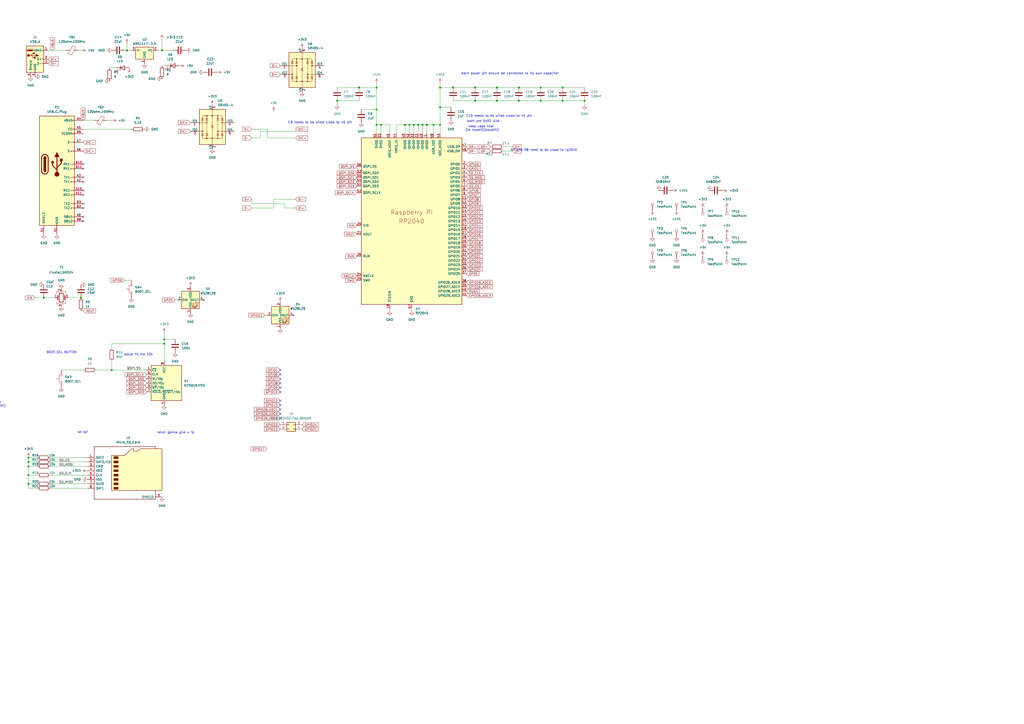
<source format=kicad_sch>
(kicad_sch (version 20250114) (generator "eeschema") (generator_version "9.0")
  (paper "A2")
  (title_block (title "HACKDUCKY BY SOUPTIK ") (date "2025-04-06") (rev "V2"))
  (text "sd spi \n" (at 48.514 250.698 0) (effects (font (size 1.27 1.27))))
  (text "C9 needs to be wired close to 45 pin" (at 185.674 71.12 0) (effects (font (size 1.27 1.27))))
  (text "keep caps near \n(to myself)(souptik)\n" (at -6.35 234.442 0) (effects (font (size 1.27 1.27))))
  (text "donot fit the 10k \n" (at 80.772 205.74 0) (effects (font (size 1.27 1.27))))
  (text "R7 and R8 need to be close to rp2040" (at 315.468 87.122 0) (effects (font (size 1.27 1.27))))
  (text "C10 needs to be wired close to 44 pin" (at 289.56 67.31 0) (effects (font (size 1.27 1.27))))
  (text "BOOT_SEL BUTTON\n" (at 35.814 204.47 0) (effects (font (size 1.27 1.27))))
  (text "never gonna give u ip\n" (at 101.854 250.952 0) (effects (font (size 1.27 1.27))))
  (text "keep caps near \n(to myself)(souptik)\n" (at 279.654 74.422 0) (effects (font (size 1.27 1.27))))
  (text "both are 0402 size" (at 280.416 70.358 0) (effects (font (size 1.27 1.27))))
  (text "each power pin should be connected to its own capacitor" (at 295.91 42.672 0) (effects (font (size 1.27 1.27))))
  (junction (at 220.98 72.39))
  (junction (at 300.99 58.42))
  (junction (at 16.51 280.67))
  (junction (at 245.11 72.39))
  (junction (at 326.39 58.42))
  (junction (at 242.57 72.39))
  (junction (at 25.4 172.72))
  (junction (at 275.59 50.8))
  (junction (at 208.28 50.8))
  (junction (at 218.44 72.39))
  (junction (at 16.51 275.59))
  (junction (at 247.65 72.39))
  (junction (at 234.95 72.39))
  (junction (at 46.99 172.72))
  (junction (at 255.27 72.39))
  (junction (at 73.66 29.21))
  (junction (at 275.59 58.42))
  (junction (at 255.27 62.23))
  (junction (at 313.69 50.8))
  (junction (at 326.39 50.8))
  (junction (at 262.89 50.8))
  (junction (at 300.99 50.8))
  (junction (at 313.69 58.42))
  (junction (at 255.27 50.8))
  (junction (at 251.46 72.39))
  (junction (at 288.29 50.8))
  (junction (at 95.25 199.39))
  (junction (at 195.58 58.42))
  (junction (at 16.51 265.43))
  (junction (at 16.51 267.97))
  (junction (at 218.44 50.8))
  (junction (at 16.51 270.51))
  (junction (at 288.29 58.42))
  (junction (at 240.03 72.39))
  (junction (at 95.25 196.85))
  (junction (at 218.44 63.5))
  (junction (at 339.09 58.42))
  (junction (at 93.98 29.21))
  (junction (at 64.77 214.63))
  (junction (at 237.49 72.39))
  (no_connect (at 170.18 182.88))
  (no_connect (at 48.26 95.25))
  (no_connect (at 48.26 120.65))
  (no_connect (at 162.56 224.79))
  (no_connect (at 48.26 113.03))
  (no_connect (at 48.26 110.49))
  (no_connect (at 162.56 219.71))
  (no_connect (at 162.56 234.95))
  (no_connect (at 162.56 227.33))
  (no_connect (at 48.26 105.41))
  (no_connect (at 118.11 173.99))
  (no_connect (at 48.26 128.27))
  (no_connect (at 162.56 237.49))
  (no_connect (at 48.26 97.79))
  (no_connect (at 162.56 222.25))
  (no_connect (at 162.56 242.57))
  (no_connect (at 162.56 240.03))
  (no_connect (at 162.56 217.17))
  (no_connect (at 162.56 232.41))
  (no_connect (at 48.26 102.87))
  (no_connect (at 162.56 214.63))
  (no_connect (at 48.26 118.11))
  (no_connect (at 48.26 125.73))
  (wire (pts (xy 73.66 25.4) (xy 73.66 29.21)))
  (wire (pts (xy 151.13 76.2) (xy 171.45 76.2)))
  (wire (pts (xy 288.29 58.42) (xy 300.99 58.42)))
  (wire (pts (xy 292.1 85.09) (xy 297.18 85.09)))
  (wire (pts (xy 95.25 193.04) (xy 95.25 196.85)))
  (wire (pts (xy 29.21 270.51) (xy 50.8 270.51)))
  (wire (pts (xy 226.06 77.47) (xy 226.06 72.39)))
  (wire (pts (xy 226.06 180.34) (xy 226.06 179.07)))
  (wire (pts (xy 91.44 29.21) (xy 93.98 29.21)))
  (wire (pts (xy 64.77 209.55) (xy 64.77 214.63)))
  (wire (pts (xy 218.44 50.8) (xy 218.44 63.5)))
  (wire (pts (xy 95.25 196.85) (xy 95.25 199.39)))
  (wire (pts (xy 25.4 172.72) (xy 31.75 172.72)))
  (wire (pts (xy 234.95 72.39) (xy 234.95 77.47)))
  (wire (pts (xy 154.94 80.01) (xy 154.94 74.93)))
  (wire (pts (xy 255.27 50.8) (xy 255.27 62.23)))
  (wire (pts (xy 20.32 172.72) (xy 25.4 172.72)))
  (wire (pts (xy 29.21 275.59) (xy 50.8 275.59)))
  (wire (pts (xy 275.59 50.8) (xy 288.29 50.8)))
  (wire (pts (xy 16.51 265.43) (xy 21.59 265.43)))
  (wire (pts (xy 251.46 72.39) (xy 251.46 77.47)))
  (wire (pts (xy 146.05 118.11) (xy 146.05 115.57)))
  (wire (pts (xy 326.39 58.42) (xy 339.09 58.42)))
  (wire (pts (xy 73.66 29.21) (xy 76.2 29.21)))
  (wire (pts (xy 255.27 72.39) (xy 255.27 77.47)))
  (wire (pts (xy 62.23 69.85) (xy 64.77 69.85)))
  (wire (pts (xy 151.13 80.01) (xy 151.13 76.2)))
  (wire (pts (xy 255.27 62.23) (xy 255.27 72.39)))
  (wire (pts (xy 229.87 72.39) (xy 234.95 72.39)))
  (wire (pts (xy 93.98 29.21) (xy 100.33 29.21)))
  (wire (pts (xy 229.87 77.47) (xy 229.87 72.39)))
  (wire (pts (xy 158.75 120.65) (xy 146.05 120.65)))
  (wire (pts (xy 16.51 267.97) (xy 16.51 270.51)))
  (wire (pts (xy 96.52 38.1) (xy 93.98 38.1)))
  (wire (pts (xy 16.51 275.59) (xy 16.51 280.67)))
  (wire (pts (xy 153.67 182.88) (xy 154.94 182.88)))
  (wire (pts (xy 72.39 29.21) (xy 73.66 29.21)))
  (wire (pts (xy 220.98 72.39) (xy 218.44 72.39)))
  (wire (pts (xy 261.62 62.23) (xy 255.27 62.23)))
  (wire (pts (xy 247.65 72.39) (xy 251.46 72.39)))
  (wire (pts (xy 21.59 280.67) (xy 16.51 280.67)))
  (wire (pts (xy 48.26 69.85) (xy 54.61 69.85)))
  (wire (pts (xy 29.21 280.67) (xy 50.8 280.67)))
  (wire (pts (xy 237.49 72.39) (xy 237.49 77.47)))
  (wire (pts (xy 93.98 22.86) (xy 93.98 29.21)))
  (wire (pts (xy 35.56 214.63) (xy 48.26 214.63)))
  (wire (pts (xy 195.58 60.96) (xy 195.58 58.42)))
  (wire (pts (xy 313.69 58.42) (xy 326.39 58.42)))
  (wire (pts (xy 242.57 77.47) (xy 242.57 72.39)))
  (wire (pts (xy 27.94 29.21) (xy 38.1 29.21)))
  (wire (pts (xy 154.94 74.93) (xy 146.05 74.93)))
  (wire (pts (xy 64.77 199.39) (xy 95.25 199.39)))
  (wire (pts (xy 39.37 172.72) (xy 46.99 172.72)))
  (wire (pts (xy 226.06 72.39) (xy 220.98 72.39)))
  (wire (pts (xy 245.11 77.47) (xy 245.11 72.39)))
  (wire (pts (xy 46.99 180.34) (xy 48.26 180.34)))
  (wire (pts (xy 171.45 115.57) (xy 158.75 115.57)))
  (wire (pts (xy 16.51 270.51) (xy 16.51 275.59)))
  (wire (pts (xy 240.03 72.39) (xy 242.57 72.39)))
  (wire (pts (xy 218.44 72.39) (xy 218.44 77.47)))
  (wire (pts (xy 247.65 72.39) (xy 247.65 77.47)))
  (wire (pts (xy 300.99 58.42) (xy 313.69 58.42)))
  (wire (pts (xy 165.1 118.11) (xy 146.05 118.11)))
  (wire (pts (xy 165.1 120.65) (xy 165.1 118.11)))
  (wire (pts (xy 292.1 87.63) (xy 297.18 87.63)))
  (wire (pts (xy 218.44 48.26) (xy 218.44 50.8)))
  (wire (pts (xy 300.99 50.8) (xy 313.69 50.8)))
  (wire (pts (xy 171.45 80.01) (xy 154.94 80.01)))
  (wire (pts (xy 45.72 29.21) (xy 46.99 29.21)))
  (wire (pts (xy 218.44 63.5) (xy 218.44 72.39)))
  (wire (pts (xy 255.27 48.26) (xy 255.27 50.8)))
  (wire (pts (xy 48.26 74.93) (xy 76.2 74.93)))
  (wire (pts (xy 21.59 283.21) (xy 16.51 283.21)))
  (wire (pts (xy 29.21 267.97) (xy 50.8 267.97)))
  (wire (pts (xy 21.59 270.51) (xy 16.51 270.51)))
  (wire (pts (xy 158.75 115.57) (xy 158.75 120.65)))
  (wire (pts (xy 171.45 76.2) (xy 171.45 74.93)))
  (wire (pts (xy 146.05 80.01) (xy 151.13 80.01)))
  (wire (pts (xy 29.21 283.21) (xy 50.8 283.21)))
  (wire (pts (xy 95.25 199.39) (xy 95.25 209.55)))
  (wire (pts (xy 50.8 265.43) (xy 29.21 265.43)))
  (wire (pts (xy 240.03 72.39) (xy 240.03 77.47)))
  (wire (pts (xy 251.46 72.39) (xy 255.27 72.39)))
  (wire (pts (xy 72.39 162.56) (xy 76.2 162.56)))
  (wire (pts (xy 16.51 267.97) (xy 21.59 267.97)))
  (wire (pts (xy 16.51 280.67) (xy 16.51 283.21)))
  (wire (pts (xy 195.58 58.42) (xy 208.28 58.42)))
  (wire (pts (xy 209.55 63.5) (xy 218.44 63.5)))
  (wire (pts (xy 67.31 39.37) (xy 63.5 39.37)))
  (wire (pts (xy 64.77 199.39) (xy 64.77 201.93)))
  (wire (pts (xy 288.29 50.8) (xy 300.99 50.8)))
  (wire (pts (xy 238.76 180.34) (xy 238.76 179.07)))
  (wire (pts (xy 101.6 173.99) (xy 102.87 173.99)))
  (wire (pts (xy 275.59 58.42) (xy 288.29 58.42)))
  (wire (pts (xy 262.89 50.8) (xy 275.59 50.8)))
  (wire (pts (xy 313.69 50.8) (xy 326.39 50.8)))
  (wire (pts (xy 255.27 50.8) (xy 262.89 50.8)))
  (wire (pts (xy 242.57 72.39) (xy 245.11 72.39)))
  (wire (pts (xy 16.51 275.59) (xy 21.59 275.59)))
  (wire (pts (xy 208.28 50.8) (xy 218.44 50.8)))
  (wire (pts (xy 339.09 58.42) (xy 339.09 60.96)))
  (wire (pts (xy 237.49 72.39) (xy 240.03 72.39)))
  (wire (pts (xy 195.58 50.8) (xy 208.28 50.8)))
  (wire (pts (xy 326.39 50.8) (xy 339.09 50.8)))
  (wire (pts (xy 16.51 265.43) (xy 16.51 267.97)))
  (wire (pts (xy 171.45 120.65) (xy 165.1 120.65)))
  (wire (pts (xy 262.89 58.42) (xy 275.59 58.42)))
  (wire (pts (xy 220.98 72.39) (xy 220.98 77.47)))
  (wire (pts (xy 55.88 214.63) (xy 64.77 214.63)))
  (wire (pts (xy 95.25 196.85) (xy 101.6 196.85)))
  (wire (pts (xy 245.11 72.39) (xy 247.65 72.39)))
  (wire (pts (xy 64.77 214.63) (xy 85.09 214.63)))
  (wire (pts (xy 234.95 72.39) (xy 237.49 72.39)))
  (label "SD_CS" (at 34.29 267.97 0))
  (label "SD_MOSI" (at 34.29 270.51 0))
  (label "SD_CLK" (at 34.29 275.59 0))
  (label "SD_MISO" (at 34.29 280.67 0))
  (label "QSPI_SS" (at 73.66 214.63 0))
  (global_label "SWCLK" (shape input) (at 207.01 160.02 180) (property "Intersheetrefs" "${INTERSHEET_REFS}" (effects (hide yes))))
  (global_label "GPIO13" (shape input) (at 162.56 234.95 180) (property "Intersheetrefs" "${INTERSHEET_REFS}" (effects (hide yes))))
  (global_label "SD_MISO" (shape input) (at 270.51 105.41 0) (property "Intersheetrefs" "${INTERSHEET_REFS}" (effects (hide yes))))
  (global_label "GPIO26_ADC1" (shape input) (at 162.56 237.49 180) (property "Intersheetrefs" "${INTERSHEET_REFS}" (effects (hide yes))))
  (global_label "GP25" (shape input) (at 270.51 158.75 0) (property "Intersheetrefs" "${INTERSHEET_REFS}" (effects (hide yes))))
  (global_label "GPIO8" (shape input) (at 162.56 222.25 180) (property "Intersheetrefs" "${INTERSHEET_REFS}" (effects (hide yes))))
  (global_label "D+" (shape input) (at 146.05 74.93 180) (property "Intersheetrefs" "${INTERSHEET_REFS}" (effects (hide yes))))
  (global_label "GPIO12" (shape input) (at 270.51 125.73 0) (property "Intersheetrefs" "${INTERSHEET_REFS}" (effects (hide yes))))
  (global_label "DIC-" (shape input) (at 48.26 82.55 0) (property "Intersheetrefs" "${INTERSHEET_REFS}" (effects (hide yes))))
  (global_label "D-" (shape input) (at 146.05 80.01 180) (property "Intersheetrefs" "${INTERSHEET_REFS}" (effects (hide yes))))
  (global_label "QSPI_SCLK" (shape input) (at 207.01 111.76 180) (property "Intersheetrefs" "${INTERSHEET_REFS}" (effects (hide yes))))
  (global_label "RUN" (shape input) (at 207.01 148.59 180) (property "Intersheetrefs" "${INTERSHEET_REFS}" (effects (hide yes))))
  (global_label "GPIO24" (shape input) (at 270.51 156.21 0) (property "Intersheetrefs" "${INTERSHEET_REFS}" (effects (hide yes))))
  (global_label "GPIO9" (shape input) (at 162.56 224.79 180) (property "Intersheetrefs" "${INTERSHEET_REFS}" (effects (hide yes))))
  (global_label "GPIO22" (shape input) (at 270.51 151.13 0) (property "Intersheetrefs" "${INTERSHEET_REFS}" (effects (hide yes))))
  (global_label "DIC-" (shape input) (at 110.49 76.2 180) (property "Intersheetrefs" "${INTERSHEET_REFS}" (effects (hide yes))))
  (global_label "QSPI_SD2" (shape input) (at 85.09 224.79 180) (property "Intersheetrefs" "${INTERSHEET_REFS}" (effects (hide yes))))
  (global_label "DI-" (shape input) (at 162.56 43.18 180) (property "Intersheetrefs" "${INTERSHEET_REFS}" (effects (hide yes))))
  (global_label "GPIO9" (shape input) (at 270.51 118.11 0) (property "Intersheetrefs" "${INTERSHEET_REFS}" (effects (hide yes))))
  (global_label "GPIO6" (shape input) (at 162.56 217.17 180) (property "Intersheetrefs" "${INTERSHEET_REFS}" (effects (hide yes))))
  (global_label "XOUT" (shape input) (at 207.01 135.89 180) (property "Intersheetrefs" "${INTERSHEET_REFS}" (effects (hide yes))))
  (global_label "GPIO21" (shape input) (at 175.26 248.92 0) (property "Intersheetrefs" "${INTERSHEET_REFS}" (effects (hide yes))))
  (global_label "DI-" (shape input) (at 27.94 36.83 0) (property "Intersheetrefs" "${INTERSHEET_REFS}" (effects (hide yes))))
  (global_label "GPIO6" (shape input) (at 270.51 110.49 0) (property "Intersheetrefs" "${INTERSHEET_REFS}" (effects (hide yes))))
  (global_label "D+" (shape input) (at 297.18 85.09 0) (property "Intersheetrefs" "${INTERSHEET_REFS}" (effects (hide yes))))
  (global_label "GPIO26_ADC3" (shape input) (at 162.56 242.57 180) (property "Intersheetrefs" "${INTERSHEET_REFS}" (effects (hide yes))))
  (global_label "GPIO20" (shape input) (at 270.51 146.05 0) (property "Intersheetrefs" "${INTERSHEET_REFS}" (effects (hide yes))))
  (global_label "GPIO23" (shape input) (at 270.51 153.67 0) (property "Intersheetrefs" "${INTERSHEET_REFS}" (effects (hide yes))))
  (global_label "GPIO10" (shape input) (at 162.56 227.33 180) (property "Intersheetrefs" "${INTERSHEET_REFS}" (effects (hide yes))))
  (global_label "QSPI_SD0" (shape input) (at 207.01 100.33 180) (property "Intersheetrefs" "${INTERSHEET_REFS}" (effects (hide yes))))
  (global_label "XIN" (shape input) (at 20.32 172.72 180) (property "Intersheetrefs" "${INTERSHEET_REFS}" (effects (hide yes))))
  (global_label "DI+" (shape input) (at 162.56 38.1 180) (property "Intersheetrefs" "${INTERSHEET_REFS}" (effects (hide yes))))
  (global_label "DR-" (shape input) (at 284.48 87.63 180) (property "Intersheetrefs" "${INTERSHEET_REFS}" (effects (hide yes))))
  (global_label "QSPI_SD3" (shape input) (at 207.01 107.95 180) (property "Intersheetrefs" "${INTERSHEET_REFS}" (effects (hide yes))))
  (global_label "QSPI_SCLK" (shape input) (at 85.09 217.17 180) (property "Intersheetrefs" "${INTERSHEET_REFS}" (effects (hide yes))))
  (global_label "GPIO7" (shape input) (at 162.56 219.71 180) (property "Intersheetrefs" "${INTERSHEET_REFS}" (effects (hide yes))))
  (global_label "GPIO18" (shape input) (at 270.51 140.97 0) (property "Intersheetrefs" "${INTERSHEET_REFS}" (effects (hide yes))))
  (global_label "GPIO13" (shape input) (at 270.51 128.27 0) (property "Intersheetrefs" "${INTERSHEET_REFS}" (effects (hide yes))))
  (global_label "DIC+" (shape input) (at 171.45 80.01 0) (property "Intersheetrefs" "${INTERSHEET_REFS}" (effects (hide yes))))
  (global_label "GPIO24" (shape input) (at 175.26 246.38 0) (property "Intersheetrefs" "${INTERSHEET_REFS}" (effects (hide yes))))
  (global_label "GPIO11" (shape input) (at 270.51 123.19 0) (property "Intersheetrefs" "${INTERSHEET_REFS}" (effects (hide yes))))
  (global_label "PUSH" (shape input) (at 270.51 168.91 0) (property "Intersheetrefs" "${INTERSHEET_REFS}" (effects (hide yes))))
  (global_label "GPIO26_ADC0" (shape input) (at 162.56 240.03 180) (property "Intersheetrefs" "${INTERSHEET_REFS}" (effects (hide yes))))
  (global_label "D+" (shape input) (at 146.05 115.57 180) (property "Intersheetrefs" "${INTERSHEET_REFS}" (effects (hide yes))))
  (global_label "GPIO0" (shape input) (at 72.39 162.56 180) (property "Intersheetrefs" "${INTERSHEET_REFS}" (effects (hide yes))))
  (global_label "GPIO11" (shape input) (at 153.67 182.88 180) (property "Intersheetrefs" "${INTERSHEET_REFS}" (effects (hide yes))))
  (global_label "QSPI_SD1" (shape input) (at 207.01 102.87 180) (property "Intersheetrefs" "${INTERSHEET_REFS}" (effects (hide yes))))
  (global_label "XOUT" (shape input) (at 48.26 180.34 0) (property "Intersheetrefs" "${INTERSHEET_REFS}" (effects (hide yes))))
  (global_label "GPIO1" (shape input) (at 270.51 97.79 0) (property "Intersheetrefs" "${INTERSHEET_REFS}" (effects (hide yes))))
  (global_label "GPIO17" (shape input) (at 270.51 138.43 0) (property "Intersheetrefs" "${INTERSHEET_REFS}" (effects (hide yes))))
  (global_label "DR+" (shape input) (at 270.51 85.09 0) (property "Intersheetrefs" "${INTERSHEET_REFS}" (effects (hide yes))))
  (global_label "GPIO21" (shape input) (at 270.51 148.59 0) (property "Intersheetrefs" "${INTERSHEET_REFS}" (effects (hide yes))))
  (global_label "QSPI_SD3" (shape input) (at 85.09 227.33 180) (property "Intersheetrefs" "${INTERSHEET_REFS}" (effects (hide yes))))
  (global_label "VBUS" (shape input) (at 30.48 29.21 90) (property "Intersheetrefs" "${INTERSHEET_REFS}" (effects (hide yes))))
  (global_label "SD_MOSI" (shape input) (at 270.51 102.87 0) (property "Intersheetrefs" "${INTERSHEET_REFS}" (effects (hide yes))))
  (global_label "GPIO10" (shape input) (at 270.51 120.65 0) (property "Intersheetrefs" "${INTERSHEET_REFS}" (effects (hide yes))))
  (global_label "GPIO0" (shape input) (at 270.51 95.25 0) (property "Intersheetrefs" "${INTERSHEET_REFS}" (effects (hide yes))))
  (global_label "GPIO8" (shape input) (at 270.51 115.57 0) (property "Intersheetrefs" "${INTERSHEET_REFS}" (effects (hide yes))))
  (global_label "SD_CLK" (shape input) (at 270.51 100.33 0) (property "Intersheetrefs" "${INTERSHEET_REFS}" (effects (hide yes))))
  (global_label "GPIO22" (shape input) (at 162.56 248.92 180) (property "Intersheetrefs" "${INTERSHEET_REFS}" (effects (hide yes))))
  (global_label "GP25" (shape input) (at 101.6 173.99 180) (property "Intersheetrefs" "${INTERSHEET_REFS}" (effects (hide yes))))
  (global_label "GPIO12" (shape input) (at 162.56 232.41 180) (property "Intersheetrefs" "${INTERSHEET_REFS}" (effects (hide yes))))
  (global_label "DIC-" (shape input) (at 171.45 74.93 0) (property "Intersheetrefs" "${INTERSHEET_REFS}" (effects (hide yes))))
  (global_label "DIC+" (shape input) (at 48.26 87.63 0) (property "Intersheetrefs" "${INTERSHEET_REFS}" (effects (hide yes))))
  (global_label "GPIO16" (shape input) (at 270.51 135.89 0) (property "Intersheetrefs" "${INTERSHEET_REFS}" (effects (hide yes))))
  (global_label "QSPI_SD0" (shape input) (at 85.09 219.71 180) (property "Intersheetrefs" "${INTERSHEET_REFS}" (effects (hide yes))))
  (global_label "DI+" (shape input) (at 27.94 34.29 0) (property "Intersheetrefs" "${INTERSHEET_REFS}" (effects (hide yes))))
  (global_label "GPIO1" (shape input) (at 162.56 214.63 180) (property "Intersheetrefs" "${INTERSHEET_REFS}" (effects (hide yes))))
  (global_label "GPIO19" (shape input) (at 270.51 143.51 0) (property "Intersheetrefs" "${INTERSHEET_REFS}" (effects (hide yes))))
  (global_label "GPIO7" (shape input) (at 270.51 113.03 0) (property "Intersheetrefs" "${INTERSHEET_REFS}" (effects (hide yes))))
  (global_label "GPIO14" (shape input) (at 270.51 130.81 0) (property "Intersheetrefs" "${INTERSHEET_REFS}" (effects (hide yes))))
  (global_label "GPIO17" (shape input) (at 154.94 260.35 180) (property "Intersheetrefs" "${INTERSHEET_REFS}" (effects (hide yes))))
  (global_label "GPIO26_ADC3" (shape input) (at 270.51 171.45 0) (property "Intersheetrefs" "${INTERSHEET_REFS}" (effects (hide yes))))
  (global_label "DIC+" (shape input) (at 110.49 71.12 180) (property "Intersheetrefs" "${INTERSHEET_REFS}" (effects (hide yes))))
  (global_label "DR+" (shape input) (at 284.48 85.09 180) (property "Intersheetrefs" "${INTERSHEET_REFS}" (effects (hide yes))))
  (global_label "DI+" (shape input) (at 171.45 120.65 0) (property "Intersheetrefs" "${INTERSHEET_REFS}" (effects (hide yes))))
  (global_label "DR-" (shape input) (at 270.51 87.63 0) (property "Intersheetrefs" "${INTERSHEET_REFS}" (effects (hide yes))))
  (global_label "SD_CS" (shape input) (at 270.51 107.95 0) (property "Intersheetrefs" "${INTERSHEET_REFS}" (effects (hide yes))))
  (global_label "VBUS" (shape input) (at 48.26 69.85 90) (property "Intersheetrefs" "${INTERSHEET_REFS}" (effects (hide yes))))
  (global_label "GPIO15" (shape input) (at 270.51 133.35 0) (property "Intersheetrefs" "${INTERSHEET_REFS}" (effects (hide yes))))
  (global_label "XIN" (shape input) (at 207.01 130.81 180) (property "Intersheetrefs" "${INTERSHEET_REFS}" (effects (hide yes))))
  (global_label "D-" (shape input) (at 146.05 120.65 180) (property "Intersheetrefs" "${INTERSHEET_REFS}" (effects (hide yes))))
  (global_label "QSPI_SD1" (shape input) (at 85.09 222.25 180) (property "Intersheetrefs" "${INTERSHEET_REFS}" (effects (hide yes))))
  (global_label "GPIO26_ADC1" (shape input) (at 270.51 166.37 0) (property "Intersheetrefs" "${INTERSHEET_REFS}" (effects (hide yes))))
  (global_label "QSPI_SD2" (shape input) (at 207.01 105.41 180) (property "Intersheetrefs" "${INTERSHEET_REFS}" (effects (hide yes))))
  (global_label "GPIO23" (shape input) (at 162.56 246.38 180) (property "Intersheetrefs" "${INTERSHEET_REFS}" (effects (hide yes))))
  (global_label "D-" (shape input) (at 297.18 87.63 0) (property "Intersheetrefs" "${INTERSHEET_REFS}" (effects (hide yes))))
  (global_label "GPIO26_ADC0" (shape input) (at 270.51 163.83 0) (property "Intersheetrefs" "${INTERSHEET_REFS}" (effects (hide yes))))
  (global_label "QSPI_SS" (shape input) (at 207.01 96.52 180) (property "Intersheetrefs" "${INTERSHEET_REFS}" (effects (hide yes))))
  (global_label "DI-" (shape input) (at 171.45 115.57 0) (property "Intersheetrefs" "${INTERSHEET_REFS}" (effects (hide yes))))
  (global_label "SWD" (shape input) (at 207.01 162.56 180) (property "Intersheetrefs" "${INTERSHEET_REFS}" (effects (hide yes))))
  (symbol (lib_id "Device:R") (at 63.5 43.18 0) (unit 1)
    (property "Reference" "R1" (at 66.04 41.9099 0) (effects (justify left)))
    (property "Value" "R" (at 66.04 44.4499 0) (effects (justify left)))
    (property "Footprint" "Resistor_SMD:R_0402_1005Metric" (effects (hide yes)))
    (property "Description" "Resistor" (effects (hide yes)))
  )
  (symbol (lib_id "Device:R") (at 25.4 267.97 90) (unit 1)
    (property "Reference" "R17" (at 20.574 266.7 90))
    (property "Value" "10k" (at 30.226 266.7 90))
    (property "Footprint" "Resistor_SMD:R_0402_1005Metric" (effects (hide yes)))
    (property "Description" "Resistor" (effects (hide yes)))
  )
  (symbol (lib_id "power:+5V") (at 421.64 135.89 0) (unit 1)
    (property "Reference" "#PWR060" (effects (hide yes)))
    (property "Value" "+5V" (at 421.64 130.81 0))
    (property "Description" "Power symbol creates a global label with name \"+5V\"" (effects (hide yes)))
  )
  (symbol (lib_id "Device:C") (at 208.28 54.61 0) (unit 1)
    (property "Reference" "C8" (at 212.09 53.3399 0) (effects (justify left)))
    (property "Value" "100nF" (at 212.09 55.8799 0) (effects (justify left)))
    (property "Footprint" "Capacitor_SMD:C_0402_1005Metric" (effects (hide yes)))
    (property "Description" "Unpolarized capacitor" (effects (hide yes)))
  )
  (symbol (lib_id "LED:SK6812") (at 110.49 173.99 0) (unit 1)
    (property "Reference" "D1" (at 120.65 167.5698 0))
    (property "Value" "WS2812B" (at 120.65 170.1098 0))
    (property "Footprint" "LED_SMD:LED_SK6812_EC15_1.5x1.5mm" (effects (hide yes)))
    (property "Datasheet" "https://cdn-shop.adafruit.com/product-files/1138/SK6812+LED+datasheet+.pdf" (effects (hide yes)))
    (property "Description" "RGB LED with integrated controller" (effects (hide yes)))
  )
  (symbol (lib_id "power:GND") (at 378.46 137.16 0) (unit 1)
    (property "Reference" "#PWR041" (effects (hide yes)))
    (property "Value" "GND" (at 378.46 142.24 0))
    (property "Description" "Power symbol creates a global label with name \"GND\" , ground" (effects (hide yes)))
  )
  (symbol (lib_id "power:+3V3") (at 255.27 48.26 0) (unit 1)
    (property "Reference" "#PWR037" (effects (hide yes)))
    (property "Value" "+3V3" (at 255.27 43.18 0))
    (property "Description" "Power symbol creates a global label with name \"+3V3\"" (effects (hide yes)))
  )
  (symbol (lib_id "power:GND") (at 123.19 86.36 0) (unit 1)
    (property "Reference" "#PWR016" (effects (hide yes)))
    (property "Value" "GND" (at 123.19 91.44 0))
    (property "Description" "Power symbol creates a global label with name \"GND\" , ground" (effects (hide yes)))
  )
  (symbol (lib_id "power:GND") (at 93.98 45.72 270) (unit 1)
    (property "Reference" "#PWR038" (effects (hide yes)))
    (property "Value" "GND" (at 90.17 45.7199 90) (effects (justify right)))
    (property "Description" "Power symbol creates a global label with name \"GND\" , ground" (effects (hide yes)))
  )
  (symbol (lib_id "power:+3V3") (at 74.93 39.37 180) (unit 1)
    (property "Reference" "#PWR040" (effects (hide yes)))
    (property "Value" "+3V3" (at 74.93 44.45 0))
    (property "Description" "Power symbol creates a global label with name \"+3V3\"" (effects (hide yes)))
  )
  (symbol (lib_id "Device:C") (at 275.59 54.61 0) (unit 1)
    (property "Reference" "C17" (at 279.4 53.3399 0) (effects (justify left)))
    (property "Value" "100nF" (at 279.4 55.8799 0) (effects (justify left)))
    (property "Footprint" "Capacitor_SMD:C_0402_1005Metric" (effects (hide yes)))
    (property "Description" "Unpolarized capacitor" (effects (hide yes)))
  )
  (symbol (lib_id "power:GND") (at 238.76 180.34 0) (unit 1)
    (property "Reference" "#PWR035" (effects (hide yes)))
    (property "Value" "GND" (at 238.76 185.42 0))
    (property "Description" "Power symbol creates a global label with name \"GND\" , ground" (effects (hide yes)))
  )
  (symbol (lib_id "power:GND") (at 95.25 234.95 0) (unit 1)
    (property "Reference" "#PWR047" (effects (hide yes)))
    (property "Value" "GND" (at 95.25 240.03 0))
    (property "Description" "Power symbol creates a global label with name \"GND\" , ground" (effects (hide yes)))
  )
  (symbol (lib_id "Power_Protection:SRV05-4") (at 123.19 73.66 0) (unit 1)
    (property "Reference" "U5" (at 126.3081 58.42 0) (effects (justify left)))
    (property "Value" "SRV05-4" (at 126.3081 60.96 0) (effects (justify left)))
    (property "Footprint" "Package_TO_SOT_SMD:SOT-23-6" (effects (hide yes)))
    (property "Datasheet" "http://www.onsemi.com/pub/Collateral/SRV05-4-D.PDF" (effects (hide yes)))
    (property "Description" "ESD Protection Diodes with Low Clamping Voltage, SOT-23-6" (effects (hide yes)))
  )
  (symbol (lib_id "power:GND") (at 118.11 41.91 270) (unit 1)
    (property "Reference" "#PWR032" (effects (hide yes)))
    (property "Value" "GND" (at 114.3 41.9099 90) (effects (justify right)))
    (property "Description" "Power symbol creates a global label with name \"GND\" , ground" (effects (hide yes)))
  )
  (symbol (lib_id "power:+5V") (at 46.99 29.21 270) (unit 1)
    (property "Reference" "#PWR014" (effects (hide yes)))
    (property "Value" "+5V" (at 50.8 29.2099 90) (effects (justify left)))
    (property "Description" "Power symbol creates a global label with name \"+5V\"" (effects (hide yes)))
  )
  (symbol (lib_id "power:+1V1") (at 378.46 121.92 180) (unit 1)
    (property "Reference" "#PWR063" (effects (hide yes)))
    (property "Value" "+1V1" (at 378.46 127 0))
    (property "Description" "Power symbol creates a global label with name \"+1V1\"" (effects (hide yes)))
  )
  (symbol (lib_id "Connector_Generic:Conn_02x02_Top_Bottom") (at 167.64 246.38 0) (unit 1)
    (property "Reference" "J2" (at 168.91 240.03 0))
    (property "Value" "Conn_02x02_Top_Bottom" (at 168.91 242.57 0))
    (property "Footprint" "Connector_PinHeader_1.00mm:PinHeader_2x02_P1.00mm_Vertical_SMD" (effects (hide yes)))
    (property "Description" "Generic connector, double row, 02x02, top/bottom pin numbering scheme (row 1: 1...pins_per_row, row2: pins_per_row+1 ... num_pins), script generated (kicad-library-utils/schlib/autogen/connector/)" (effects (hide yes)))
  )
  (symbol (lib_id "power:GND") (at 25.4 135.89 0) (unit 1)
    (property "Reference" "#PWR029" (effects (hide yes)))
    (property "Value" "GND" (at 25.4 140.97 0))
    (property "Description" "Power symbol creates a global label with name \"GND\" , ground" (effects (hide yes)))
  )
  (symbol (lib_id "Connector:TestPoint") (at 421.64 135.89 180) (unit 1)
    (property "Reference" "TP11" (at 424.18 137.9219 0) (effects (justify right)))
    (property "Value" "TestPoint" (at 424.18 140.4619 0) (effects (justify right)))
    (property "Footprint" "TestPoint:TestPoint_Pad_D1.0mm" (effects (hide yes)))
    (property "Description" "test point" (effects (hide yes)))
  )
  (symbol (lib_id "power:GND") (at 35.56 177.8 0) (unit 1)
    (property "Reference" "#PWR020" (effects (hide yes)))
    (property "Value" "GND" (at 35.56 182.88 0))
    (property "Description" "Power symbol creates a global label with name \"GND\" , ground" (effects (hide yes)))
  )
  (symbol (lib_id "power:GND") (at 392.43 149.86 0) (unit 1)
    (property "Reference" "#PWR056" (effects (hide yes)))
    (property "Value" "GND" (at 392.43 154.94 0))
    (property "Description" "Power symbol creates a global label with name \"GND\" , ground" (effects (hide yes)))
  )
  (symbol (lib_id "power:GND") (at 175.26 53.34 0) (unit 1)
    (property "Reference" "#PWR021" (effects (hide yes)))
    (property "Value" "GND" (at 175.26 58.42 0))
    (property "Description" "Power symbol creates a global label with name \"GND\" , ground" (effects (hide yes)))
  )
  (symbol (lib_id "Device:LED") (at 71.12 39.37 0) (unit 1)
    (property "Reference" "D5" (at 69.5325 33.02 0))
    (property "Value" "LED" (at 69.5325 35.56 0))
    (property "Footprint" "LED_SMD:LED_0603_1608Metric" (effects (hide yes)))
    (property "Description" "Light emitting diode" (effects (hide yes)))
    (property "Sim.Pins" "1=K 2=A" (effects (hide yes)))
  )
  (symbol (lib_id "Connector:TestPoint") (at 407.67 135.89 180) (unit 1)
    (property "Reference" "TP8" (at 410.21 137.9219 0) (effects (justify right)))
    (property "Value" "TestPoint" (at 410.21 140.4619 0) (effects (justify right)))
    (property "Footprint" "TestPoint:TestPoint_Pad_D1.0mm" (effects (hide yes)))
    (property "Description" "test point" (effects (hide yes)))
  )
  (symbol (lib_id "Connector:TestPoint") (at 378.46 137.16 0) (unit 1)
    (property "Reference" "TP3" (at 381 132.5879 0) (effects (justify left)))
    (property "Value" "TestPoint" (at 381 135.1279 0) (effects (justify left)))
    (property "Footprint" "TestPoint:TestPoint_Pad_D1.0mm" (effects (hide yes)))
    (property "Description" "test point" (effects (hide yes)))
  )
  (symbol (lib_id "Device:C") (at 288.29 54.61 0) (unit 1)
    (property "Reference" "C18" (at 292.1 53.3399 0) (effects (justify left)))
    (property "Value" "100nF" (at 292.1 55.8799 0) (effects (justify left)))
    (property "Footprint" "Capacitor_SMD:C_0402_1005Metric" (effects (hide yes)))
    (property "Description" "Unpolarized capacitor" (effects (hide yes)))
  )
  (symbol (lib_id "power:GND") (at 261.62 69.85 0) (unit 1)
    (property "Reference" "#PWR049" (effects (hide yes)))
    (property "Value" "GND" (at 261.62 74.93 0))
    (property "Description" "Power symbol creates a global label with name \"GND\" , ground" (effects (hide yes)))
  )
  (symbol (lib_id "power:GND") (at 25.4 165.1 270) (unit 1)
    (property "Reference" "#PWR018" (effects (hide yes)))
    (property "Value" "GND" (at 21.59 165.0999 90) (effects (justify right)))
    (property "Description" "Power symbol creates a global label with name \"GND\" , ground" (effects (hide yes)))
  )
  (symbol (lib_id "Connector:Micro_SD_Card") (at 73.66 273.05 0) (unit 1)
    (property "Reference" "J3" (at 74.295 254 0))
    (property "Value" "Micro_SD_Card" (at 74.295 256.54 0))
    (property "Footprint" "Connector_Card:microSD_HC_Hirose_DM3AT-SF-PEJM5" (effects (hide yes)))
    (property "Datasheet" "http://katalog.we-online.de/em/datasheet/693072010801.pdf" (effects (hide yes)))
    (property "Description" "Micro SD Card Socket" (effects (hide yes)))
  )
  (symbol (lib_id "Device:C") (at 326.39 54.61 0) (unit 1)
    (property "Reference" "C21" (at 330.2 53.3399 0) (effects (justify left)))
    (property "Value" "100nF" (at 330.2 55.8799 0) (effects (justify left)))
    (property "Footprint" "Capacitor_SMD:C_0402_1005Metric" (effects (hide yes)))
    (property "Description" "Unpolarized capacitor" (effects (hide yes)))
  )
  (symbol (lib_id "Device:C") (at 261.62 66.04 0) (unit 1)
    (property "Reference" "C10" (at 265.43 64.7699 0) (effects (justify left)))
    (property "Value" "1uF" (at 265.43 67.3099 0) (effects (justify left)))
    (property "Footprint" "Capacitor_SMD:C_0402_1005Metric" (effects (hide yes)))
    (property "Description" "Unpolarized capacitor" (effects (hide yes)))
  )
  (symbol (lib_id "power:GND") (at 195.58 60.96 0) (unit 1)
    (property "Reference" "#PWR026" (effects (hide yes)))
    (property "Value" "GND" (at 195.58 66.04 0))
    (property "Description" "Power symbol creates a global label with name \"GND\" , ground" (effects (hide yes)))
  )
  (symbol (lib_id "Device:R") (at 288.29 85.09 90) (unit 1)
    (property "Reference" "R7" (at 283.972 83.058 90))
    (property "Value" "27.4" (at 293.37 83.312 90))
    (property "Footprint" "Resistor_SMD:R_0402_1005Metric" (effects (hide yes)))
    (property "Description" "Resistor" (effects (hide yes)))
  )
  (symbol (lib_id "power:GND") (at 20.32 44.45 90) (unit 1)
    (property "Reference" "#PWR043" (effects (hide yes)))
    (property "Value" "GND" (at 24.13 44.4499 90) (effects (justify right)))
    (property "Description" "Power symbol creates a global label with name \"GND\" , ground" (effects (hide yes)))
  )
  (symbol (lib_id "power:+1V1") (at 389.89 110.49 270) (unit 1)
    (property "Reference" "#PWR068" (effects (hide yes)))
    (property "Value" "+1V1" (at 393.7 110.4899 90) (effects (justify left)))
    (property "Description" "Power symbol creates a global label with name \"+1V1\"" (effects (hide yes)))
  )
  (symbol (lib_id "Connector:USB_A") (at 20.32 34.29 0) (unit 1)
    (property "Reference" "J1" (at 20.32 21.59 0))
    (property "Value" "USB_A" (at 20.32 24.13 0))
    (property "Footprint" "Connector_USB:USB_A_CNCTech_1001-011-01101_Horizontal" (effects (hide yes)))
    (property "Description" "USB Type A connector" (effects (hide yes)))
  )
  (symbol (lib_id "power:+5V") (at 421.64 148.59 0) (unit 1)
    (property "Reference" "#PWR061" (effects (hide yes)))
    (property "Value" "+5V" (at 421.64 143.51 0))
    (property "Description" "Power symbol creates a global label with name \"+5V\"" (effects (hide yes)))
  )
  (symbol (lib_id "power:GND") (at 378.46 149.86 0) (unit 1)
    (property "Reference" "#PWR055" (effects (hide yes)))
    (property "Value" "GND" (at 378.46 154.94 0))
    (property "Description" "Power symbol creates a global label with name \"GND\" , ground" (effects (hide yes)))
  )
  (symbol (lib_id "Device:R") (at 64.77 205.74 0) (unit 1)
    (property "Reference" "R15" (at 67.31 204.4699 0) (effects (justify left)))
    (property "Value" "DNF" (at 67.31 207.0099 0) (effects (justify left)))
    (property "Footprint" "Resistor_SMD:R_0402_1005Metric" (effects (hide yes)))
    (property "Description" "Resistor" (effects (hide yes)))
  )
  (symbol (lib_id "Connector:TestPoint") (at 392.43 137.16 0) (unit 1)
    (property "Reference" "TP4" (at 394.97 132.5879 0) (effects (justify left)))
    (property "Value" "TestPoint" (at 394.97 135.1279 0) (effects (justify left)))
    (property "Footprint" "TestPoint:TestPoint_Pad_D1.0mm" (effects (hide yes)))
    (property "Description" "test point" (effects (hide yes)))
  )
  (symbol (lib_id "power:GND") (at 76.2 172.72 0) (unit 1)
    (property "Reference" "#PWR015" (effects (hide yes)))
    (property "Value" "GND" (at 76.2 177.8 0))
    (property "Description" "Power symbol creates a global label with name \"GND\" , ground" (effects (hide yes)))
  )
  (symbol (lib_id "power:GND") (at 392.43 137.16 0) (unit 1)
    (property "Reference" "#PWR054" (effects (hide yes)))
    (property "Value" "GND" (at 392.43 142.24 0))
    (property "Description" "Power symbol creates a global label with name \"GND\" , ground" (effects (hide yes)))
  )
  (symbol (lib_id "Connector:TestPoint") (at 407.67 148.59 180) (unit 1)
    (property "Reference" "TP9" (at 410.21 150.6219 0) (effects (justify right)))
    (property "Value" "TestPoint" (at 410.21 153.1619 0) (effects (justify right)))
    (property "Footprint" "TestPoint:TestPoint_Pad_D1.0mm" (effects (hide yes)))
    (property "Description" "test point" (effects (hide yes)))
  )
  (symbol (lib_id "power:+5V") (at 407.67 135.89 0) (unit 1)
    (property "Reference" "#PWR057" (effects (hide yes)))
    (property "Value" "+5V" (at 407.67 130.81 0))
    (property "Description" "Power symbol creates a global label with name \"+5V\"" (effects (hide yes)))
  )
  (symbol (lib_id "Device:R") (at 46.99 176.53 180) (unit 1)
    (property "Reference" "R9" (at 49.53 175.2599 0) (effects (justify right)))
    (property "Value" "1k" (at 49.53 177.7999 0) (effects (justify right)))
    (property "Footprint" "Resistor_SMD:R_0402_1005Metric" (effects (hide yes)))
    (property "Description" "Resistor" (effects (hide yes)))
  )
  (symbol (lib_id "power:+5V") (at 407.67 148.59 0) (unit 1)
    (property "Reference" "#PWR058" (effects (hide yes)))
    (property "Value" "+5V" (at 407.67 143.51 0))
    (property "Description" "Power symbol creates a global label with name \"+5V\"" (effects (hide yes)))
  )
  (symbol (lib_id "Device:C") (at 262.89 54.61 0) (unit 1)
    (property "Reference" "C11" (at 266.7 53.3399 0) (effects (justify left)))
    (property "Value" "100nF" (at 266.7 55.8799 0) (effects (justify left)))
    (property "Footprint" "Capacitor_SMD:C_0402_1005Metric" (effects (hide yes)))
    (property "Description" "Unpolarized capacitor" (effects (hide yes)))
  )
  (symbol (lib_id "Connector:TestPoint") (at 407.67 120.65 180) (unit 1)
    (property "Reference" "TP7" (at 410.21 122.6819 0) (effects (justify right)))
    (property "Value" "TestPoint" (at 410.21 125.2219 0) (effects (justify right)))
    (property "Footprint" "TestPoint:TestPoint_Pad_D1.0mm" (effects (hide yes)))
    (property "Description" "test point" (effects (hide yes)))
  )
  (symbol (lib_id "Connector:TestPoint") (at 378.46 121.92 0) (unit 1)
    (property "Reference" "TP2" (at 381 117.3479 0) (effects (justify left)))
    (property "Value" "TestPoint" (at 381 119.8879 0) (effects (justify left)))
    (property "Footprint" "TestPoint:TestPoint_Pad_D1.0mm" (effects (hide yes)))
    (property "Description" "test point" (effects (hide yes)))
  )
  (symbol (lib_id "Device:FerriteBead") (at 58.42 69.85 90) (unit 1)
    (property "Reference" "FB2" (at 58.3692 62.23 90))
    (property "Value" "120ohm.100Mhz" (at 58.3692 64.77 90))
    (property "Footprint" "Inductor_SMD:L_0805_2012Metric" (effects (hide yes)))
    (property "Description" "Ferrite bead" (effects (hide yes)))
  )
  (symbol (lib_id "Device:C") (at 339.09 54.61 0) (unit 1)
    (property "Reference" "C22" (at 342.9 53.3399 0) (effects (justify left)))
    (property "Value" "100nF" (at 342.9 55.8799 0) (effects (justify left)))
    (property "Footprint" "Capacitor_SMD:C_0402_1005Metric" (effects (hide yes)))
    (property "Description" "Unpolarized capacitor" (effects (hide yes)))
  )
  (symbol (lib_id "Device:R") (at 93.98 41.91 0) (unit 1)
    (property "Reference" "R2" (at 96.52 40.6399 0) (effects (justify left)))
    (property "Value" "R" (at 96.52 43.1799 0) (effects (justify left)))
    (property "Footprint" "Resistor_SMD:R_0402_1005Metric" (effects (hide yes)))
    (property "Description" "Resistor" (effects (hide yes)))
  )
  (symbol (lib_id "power:+5V") (at 158.75 64.77 0) (unit 1)
    (property "Reference" "#PWR011" (effects (hide yes)))
    (property "Value" "+5V" (at 158.75 59.69 0))
    (property "Description" "Power symbol creates a global label with name \"+5V\"" (effects (hide yes)))
  )
  (symbol (lib_id "Device:C") (at 46.99 168.91 180) (unit 1)
    (property "Reference" "C12" (at 50.8 167.6399 0) (effects (justify right)))
    (property "Value" "15pF" (at 50.546 169.672 0) (effects (justify right)))
    (property "Footprint" "Capacitor_SMD:C_0402_1005Metric" (effects (hide yes)))
    (property "Description" "Unpolarized capacitor" (effects (hide yes)))
  )
  (symbol (lib_id "Regulator_Linear:AMS1117-3.3") (at 83.82 29.21 0) (unit 1)
    (property "Reference" "U2" (at 83.82 22.86 0))
    (property "Value" "AMS1117-3.3" (at 83.82 25.4 0))
    (property "Footprint" "Package_TO_SOT_SMD:SOT-223-3_TabPin2" (effects (hide yes)))
    (property "Datasheet" "http://www.advanced-monolithic.com/pdf/ds1117.pdf" (effects (hide yes)))
    (property "Description" "1A Low Dropout regulator, positive, 3.3V fixed output, SOT-223" (effects (hide yes)))
  )
  (symbol (lib_id "power:GND") (at 35.56 224.79 0) (unit 1)
    (property "Reference" "#PWR012" (effects (hide yes)))
    (property "Value" "GND" (at 35.56 229.87 0))
    (property "Description" "Power symbol creates a global label with name \"GND\" , ground" (effects (hide yes)))
  )
  (symbol (lib_id "power:GND") (at 93.98 288.29 0) (unit 1)
    (property "Reference" "#PWR033" (effects (hide yes)))
    (property "Value" "GND" (at 93.98 293.37 0))
    (property "Description" "Power symbol creates a global label with name \"GND\" , ground" (effects (hide yes)))
  )
  (symbol (lib_id "power:+3V3") (at 16.51 265.43 0) (unit 1)
    (property "Reference" "#PWR02" (effects (hide yes)))
    (property "Value" "+3V3" (at 16.51 260.35 0))
    (property "Description" "Power symbol creates a global label with name \"+3V3\"" (effects (hide yes)))
  )
  (symbol (lib_id "Device:R") (at 52.07 214.63 90) (unit 1)
    (property "Reference" "R8" (at 52.07 208.28 90))
    (property "Value" "1k" (at 52.07 210.82 90))
    (property "Footprint" "Resistor_SMD:R_0402_1005Metric" (effects (hide yes)))
    (property "Description" "Resistor" (effects (hide yes)))
  )
  (symbol (lib_id "power:GND") (at 83.82 74.93 90) (unit 1)
    (property "Reference" "#PWR030" (effects (hide yes)))
    (property "Value" "GND" (at 87.63 74.9299 90) (effects (justify right)))
    (property "Description" "Power symbol creates a global label with name \"GND\" , ground" (effects (hide yes)))
  )
  (symbol (lib_id "Device:Crystal_GND24") (at 35.56 172.72 0) (unit 1)
    (property "Reference" "Y1" (at 35.814 154.94 0))
    (property "Value" "Crystal_GND24" (at 35.56 157.988 0))
    (property "Footprint" "Crystal:Crystal_SMD_Abracon_ABM8G-4Pin_3.2x2.5mm" (effects (hide yes)))
    (property "Description" "Four pin crystal, GND on pins 2 and 4" (effects (hide yes)))
  )
  (symbol (lib_id "power:GND") (at 50.8 278.13 270) (unit 1)
    (property "Reference" "#PWR09" (effects (hide yes)))
    (property "Value" "GND" (at 46.99 278.1299 90) (effects (justify right)))
    (property "Description" "Power symbol creates a global label with name \"GND\" , ground" (effects (hide yes)))
  )
  (symbol (lib_id "Device:R") (at 25.4 280.67 90) (unit 1)
    (property "Reference" "R20" (at 20.574 279.4 90))
    (property "Value" "10k" (at 30.226 279.4 90))
    (property "Footprint" "Resistor_SMD:R_0402_1005Metric" (effects (hide yes)))
    (property "Description" "Resistor" (effects (hide yes)))
  )
  (symbol (lib_id "power:+3V3") (at 93.98 22.86 0) (unit 1)
    (property "Reference" "#PWR025" (effects (hide yes)))
    (property "Value" "+3V3" (at 96.52 21.5899 0) (effects (justify left)))
    (property "Description" "Power symbol creates a global label with name \"+3V3\"" (effects (hide yes)))
  )
  (symbol (lib_id "Switch:SW_Push") (at 35.56 219.71 90) (unit 1)
    (property "Reference" "SW3" (at 37.592 218.694 90) (effects (justify right)))
    (property "Value" "BOOT_SEL" (at 37.592 221.234 90) (effects (justify right)))
    (property "Footprint" "Button_Switch_SMD:SW_Push_SPST_NO_Alps_SKRK" (effects (hide yes)))
    (property "Description" "Push button switch, generic, two pins" (effects (hide yes)))
    (property "LCSC" "C318884" (effects (hide yes)))
  )
  (symbol (lib_id "Connector:USB_C_Plug") (at 33.02 95.25 0) (unit 1)
    (property "Reference" "P2" (at 33.02 62.23 0))
    (property "Value" "USB_C_Plug" (at 33.02 64.77 0))
    (property "Footprint" "Connector_USB:USB_C_Plug_Molex_105444" (effects (hide yes)))
    (property "Datasheet" "https://www.usb.org/sites/default/files/documents/usb_type-c.zip" (effects (hide yes)))
    (property "Description" "USB Type-C Plug connector" (effects (hide yes)))
  )
  (symbol (lib_id "power:+5V") (at 125.73 41.91 270) (unit 1)
    (property "Reference" "#PWR045" (effects (hide yes)))
    (property "Value" "+5V" (at 129.54 41.9099 90) (effects (justify left)))
    (property "Description" "Power symbol creates a global label with name \"+5V\"" (effects (hide yes)))
  )
  (symbol (lib_id "Device:C") (at 300.99 54.61 0) (unit 1)
    (property "Reference" "C19" (at 304.8 53.3399 0) (effects (justify left)))
    (property "Value" "100nF" (at 304.8 55.8799 0) (effects (justify left)))
    (property "Footprint" "Capacitor_SMD:C_0402_1005Metric" (effects (hide yes)))
    (property "Description" "Unpolarized capacitor" (effects (hide yes)))
  )
  (symbol (lib_id "power:+1V1") (at 218.44 48.26 0) (unit 1)
    (property "Reference" "#PWR028" (effects (hide yes)))
    (property "Value" "+1V1" (at 218.44 43.18 0))
    (property "Description" "Power symbol creates a global label with name \"+1V1\"" (effects (hide yes)))
  )
  (symbol (lib_id "Power_Protection:SRV05-4") (at 175.26 40.64 0) (unit 1)
    (property "Reference" "U6" (at 178.3781 25.4 0) (effects (justify left)))
    (property "Value" "SRV05-4" (at 178.3781 27.94 0) (effects (justify left)))
    (property "Footprint" "Package_TO_SOT_SMD:SOT-23-6" (effects (hide yes)))
    (property "Datasheet" "http://www.onsemi.com/pub/Collateral/SRV05-4-D.PDF" (effects (hide yes)))
    (property "Description" "ESD Protection Diodes with Low Clamping Voltage, SOT-23-6" (effects (hide yes)))
  )
  (symbol (lib_id "power:+5V") (at 64.77 69.85 270) (unit 1)
    (property "Reference" "#PWR013" (effects (hide yes)))
    (property "Value" "+5V" (at 68.58 69.8499 90) (effects (justify left)))
    (property "Description" "Power symbol creates a global label with name \"+5V\"" (effects (hide yes)))
  )
  (symbol (lib_id "Device:C") (at 209.55 67.31 0) (unit 1)
    (property "Reference" "C9" (at 213.36 66.0399 0) (effects (justify left)))
    (property "Value" "1uF" (at 213.36 68.5799 0) (effects (justify left)))
    (property "Footprint" "Capacitor_SMD:C_0402_1005Metric" (effects (hide yes)))
    (property "Description" "Unpolarized capacitor" (effects (hide yes)))
  )
  (symbol (lib_id "Connector:TestPoint") (at 421.64 148.59 180) (unit 1)
    (property "Reference" "TP12" (at 424.18 150.6219 0) (effects (justify right)))
    (property "Value" "TestPoint" (at 424.18 153.1619 0) (effects (justify right)))
    (property "Footprint" "TestPoint:TestPoint_Pad_D1.0mm" (effects (hide yes)))
    (property "Description" "test point" (effects (hide yes)))
  )
  (symbol (lib_id "LED:SK6812") (at 162.56 182.88 0) (unit 1)
    (property "Reference" "D4" (at 172.72 176.4598 0))
    (property "Value" "WS2812B" (at 172.72 178.9998 0))
    (property "Footprint" "LED_SMD:LED_SK6812_EC15_1.5x1.5mm" (effects (hide yes)))
    (property "Datasheet" "https://cdn-shop.adafruit.com/product-files/1138/SK6812+LED+datasheet+.pdf" (effects (hide yes)))
    (property "Description" "RGB LED with integrated controller" (effects (hide yes)))
  )
  (symbol (lib_id "power:GND") (at 107.95 29.21 90) (unit 1)
    (property "Reference" "#PWR023" (effects (hide yes)))
    (property "Value" "GND" (at 111.76 29.2099 90) (effects (justify right)))
    (property "Description" "Power symbol creates a global label with name \"GND\" , ground" (effects (hide yes)))
  )
  (symbol (lib_id "power:GND") (at 110.49 181.61 0) (unit 1)
    (property "Reference" "#PWR07" (effects (hide yes)))
    (property "Value" "GND" (at 110.49 186.69 0))
    (property "Description" "Power symbol creates a global label with name \"GND\" , ground" (effects (hide yes)))
  )
  (symbol (lib_id "power:+3V3") (at 110.49 166.37 0) (unit 1)
    (property "Reference" "#PWR053" (effects (hide yes)))
    (property "Value" "+3V3" (at 110.49 161.29 0))
    (property "Description" "Power symbol creates a global label with name \"+3V3\"" (effects (hide yes)))
  )
  (symbol (lib_id "Device:C") (at 104.14 29.21 270) (unit 1)
    (property "Reference" "C15" (at 104.14 21.59 90))
    (property "Value" "22uF" (at 104.14 24.13 90))
    (property "Footprint" "Capacitor_SMD:C_0402_1005Metric" (effects (hide yes)))
    (property "Description" "Unpolarized capacitor" (effects (hide yes)))
  )
  (symbol (lib_id "power:GND") (at 209.55 71.12 0) (unit 1)
    (property "Reference" "#PWR027" (effects (hide yes)))
    (property "Value" "GND" (at 209.55 76.2 0))
    (property "Description" "Power symbol creates a global label with name \"GND\" , ground" (effects (hide yes)))
  )
  (symbol (lib_id "Device:C") (at 386.08 110.49 90) (unit 1)
    (property "Reference" "C25" (at 386.08 102.87 90))
    (property "Value" "100nF" (at 386.08 105.41 90))
    (property "Footprint" "Capacitor_SMD:C_0402_1005Metric" (effects (hide yes)))
    (property "Description" "Unpolarized capacitor" (effects (hide yes)))
  )
  (symbol (lib_id "power:GND") (at 17.78 44.45 0) (unit 1)
    (property "Reference" "#PWR01" (effects (hide yes)))
    (property "Value" "GND" (at 17.78 49.53 0))
    (property "Description" "Power symbol creates a global label with name \"GND\" , ground" (effects (hide yes)))
  )
  (symbol (lib_id "Memory_Flash:W25Q16JVSS") (at 95.25 222.25 0) (unit 1)
    (property "Reference" "U1" (at 106.68 220.9799 0) (effects (justify left)))
    (property "Value" "W25Q16JVSS" (at 106.68 223.5199 0) (effects (justify left)))
    (property "Footprint" "Package_SO:SOIC-8_5.3x5.3mm_P1.27mm" (effects (hide yes)))
    (property "Datasheet" "https://www.winbond.com/hq/support/documentation/levelOne.jsp?__locale=en&DocNo=DA00-W25Q16JV.1" (effects (hide yes)))
    (property "Description" "16Mbit / 2MiB Serial Flash Memory, Standard/Dual/Quad SPI, 2.7-3.6V, SOIC-8 (208 mil)" (effects (hide yes)))
  )
  (symbol (lib_id "power:GND") (at 33.02 135.89 0) (unit 1)
    (property "Reference" "#PWR042" (effects (hide yes)))
    (property "Value" "GND" (at 33.02 140.97 0))
    (property "Description" "Power symbol creates a global label with name \"GND\" , ground" (effects (hide yes)))
  )
  (symbol (lib_id "Connector:TestPoint") (at 392.43 149.86 0) (unit 1)
    (property "Reference" "TP6" (at 394.97 145.2879 0) (effects (justify left)))
    (property "Value" "TestPoint" (at 394.97 147.8279 0) (effects (justify left)))
    (property "Footprint" "TestPoint:TestPoint_Pad_D1.0mm" (effects (hide yes)))
    (property "Description" "test point" (effects (hide yes)))
  )
  (symbol (lib_id "Device:R") (at 288.29 87.63 90) (unit 1)
    (property "Reference" "R22" (at 283.972 89.408 90))
    (property "Value" "27.4" (at 293.37 89.662 90))
    (property "Footprint" "Resistor_SMD:R_0402_1005Metric" (effects (hide yes)))
    (property "Description" "Resistor" (effects (hide yes)))
  )
  (symbol (lib_id "power:+3V3") (at 123.19 60.96 0) (unit 1)
    (property "Reference" "#PWR069" (effects (hide yes)))
    (property "Value" "+3V3" (at 123.19 55.88 0))
    (property "Description" "Power symbol creates a global label with name \"+3V3\"" (effects (hide yes)))
  )
  (symbol (lib_id "Device:LED") (at 100.33 38.1 0) (unit 1)
    (property "Reference" "D6" (at 98.7425 31.75 0))
    (property "Value" "LED" (at 98.7425 34.29 0))
    (property "Footprint" "LED_SMD:LED_0603_1608Metric" (effects (hide yes)))
    (property "Description" "Light emitting diode" (effects (hide yes)))
    (property "Sim.Pins" "1=K 2=A" (effects (hide yes)))
  )
  (symbol (lib_id "Device:C") (at 68.58 29.21 270) (unit 1)
    (property "Reference" "C14" (at 68.58 21.59 90))
    (property "Value" "22uF" (at 68.58 24.13 90))
    (property "Footprint" "Capacitor_SMD:C_0402_1005Metric" (effects (hide yes)))
    (property "Description" "Unpolarized capacitor" (effects (hide yes)))
  )
  (symbol (lib_id "Device:R") (at 25.4 270.51 90) (unit 1)
    (property "Reference" "R18" (at 20.574 269.24 90))
    (property "Value" "10k" (at 30.226 269.24 90))
    (property "Footprint" "Resistor_SMD:R_0402_1005Metric" (effects (hide yes)))
    (property "Description" "Resistor" (effects (hide yes)))
  )
  (symbol (lib_id "power:GND") (at 162.56 190.5 0) (unit 1)
    (property "Reference" "#PWR036" (effects (hide yes)))
    (property "Value" "GND" (effects (hide yes)))
    (property "Description" "Power symbol creates a global label with name \"GND\" , ground" (effects (hide yes)))
  )
  (symbol (lib_id "Device:C") (at 415.29 110.49 90) (unit 1)
    (property "Reference" "C24" (at 415.29 102.87 90))
    (property "Value" "100nF" (at 415.29 105.41 90))
    (property "Footprint" "Capacitor_SMD:C_0402_1005Metric" (effects (hide yes)))
    (property "Description" "Unpolarized capacitor" (effects (hide yes)))
  )
  (symbol (lib_id "power:+3V3") (at 419.1 110.49 270) (unit 1)
    (property "Reference" "#PWR065" (effects (hide yes)))
    (property "Value" "+3V3" (at 422.91 110.4899 90) (effects (justify left)))
    (property "Description" "Power symbol creates a global label with name \"+3V3\"" (effects (hide yes)))
  )
  (symbol (lib_id "power:GND") (at 83.82 36.83 0) (unit 1)
    (property "Reference" "#PWR024" (effects (hide yes)))
    (property "Value" "GND" (at 83.82 41.91 0))
    (property "Description" "Power symbol creates a global label with name \"GND\" , ground" (effects (hide yes)))
  )
  (symbol (lib_id "power:GND") (at 226.06 180.34 0) (unit 1)
    (property "Reference" "#PWR034" (effects (hide yes)))
    (property "Value" "GND" (at 226.06 185.42 0))
    (property "Description" "Power symbol creates a global label with name \"GND\" , ground" (effects (hide yes)))
  )
  (symbol (lib_id "power:GND") (at 35.56 167.64 180) (unit 1)
    (property "Reference" "#PWR019" (effects (hide yes)))
    (property "Value" "GND" (at 35.56 162.56 0))
    (property "Description" "Power symbol creates a global label with name \"GND\" , ground" (effects (hide yes)))
  )
  (symbol (lib_id "power:GND") (at 101.6 204.47 0) (unit 1)
    (property "Reference" "#PWR048" (effects (hide yes)))
    (property "Value" "GND" (at 101.6 209.55 0))
    (property "Description" "Power symbol creates a global label with name \"GND\" , ground" (effects (hide yes)))
  )
  (symbol (lib_id "power:+3V3") (at 407.67 120.65 0) (unit 1)
    (property "Reference" "#PWR062" (effects (hide yes)))
    (property "Value" "+3V3" (at 407.67 115.57 0))
    (property "Description" "Power symbol creates a global label with name \"+3V3\"" (effects (hide yes)))
  )
  (symbol (lib_id "power:+3V3") (at 421.64 120.65 0) (unit 1)
    (property "Reference" "#PWR059" (effects (hide yes)))
    (property "Value" "+3V3" (at 421.64 115.57 0))
    (property "Description" "Power symbol creates a global label with name \"+3V3\"" (effects (hide yes)))
  )
  (symbol (lib_id "Device:R") (at 80.01 74.93 90) (unit 1)
    (property "Reference" "R4" (at 80.01 68.58 90))
    (property "Value" "5.1K" (at 80.01 71.12 90))
    (property "Footprint" "Capacitor_SMD:C_0402_1005Metric" (effects (hide yes)))
    (property "Description" "Resistor" (effects (hide yes)))
  )
  (symbol (lib_id "Connector:TestPoint") (at 421.64 120.65 180) (unit 1)
    (property "Reference" "TP10" (at 424.18 122.6819 0) (effects (justify right)))
    (property "Value" "TestPoint" (at 424.18 125.2219 0) (effects (justify right)))
    (property "Footprint" "TestPoint:TestPoint_Pad_D1.0mm" (effects (hide yes)))
    (property "Description" "test point" (effects (hide yes)))
  )
  (symbol (lib_id "power:GND") (at 339.09 60.96 0) (unit 1)
    (property "Reference" "#PWR052" (effects (hide yes)))
    (property "Value" "GND" (at 339.09 66.04 0))
    (property "Description" "Power symbol creates a global label with name \"GND\" , ground" (effects (hide yes)))
  )
  (symbol (lib_id "power:+5V") (at 104.14 38.1 270) (unit 1)
    (property "Reference" "#PWR051" (effects (hide yes)))
    (property "Value" "+5V" (at 107.95 38.0999 90) (effects (justify left)))
    (property "Description" "Power symbol creates a global label with name \"+5V\"" (effects (hide yes)))
  )
  (symbol (lib_id "Device:C") (at 121.92 41.91 270) (unit 1)
    (property "Reference" "C23" (at 121.92 34.29 90))
    (property "Value" "22uF" (at 121.92 36.83 90))
    (property "Footprint" "Capacitor_SMD:C_0402_1005Metric" (effects (hide yes)))
    (property "Description" "Unpolarized capacitor" (effects (hide yes)))
  )
  (symbol (lib_id "Device:R") (at 25.4 283.21 90) (unit 1)
    (property "Reference" "R21" (at 20.574 281.94 90))
    (property "Value" "10k" (at 30.226 281.94 90))
    (property "Footprint" "Resistor_SMD:R_0402_1005Metric" (effects (hide yes)))
    (property "Description" "Resistor" (effects (hide yes)))
  )
  (symbol (lib_id "power:+3V3") (at 175.26 27.94 0) (unit 1)
    (property "Reference" "#PWR070" (effects (hide yes)))
    (property "Value" "+3V3" (at 175.26 22.86 0))
    (property "Description" "Power symbol creates a global label with name \"+3V3\"" (effects (hide yes)))
  )
  (symbol (lib_id "Connector:TestPoint") (at 378.46 149.86 0) (unit 1)
    (property "Reference" "TP5" (at 381 145.2879 0) (effects (justify left)))
    (property "Value" "TestPoint" (at 381 147.8279 0) (effects (justify left)))
    (property "Footprint" "TestPoint:TestPoint_Pad_D1.0mm" (effects (hide yes)))
    (property "Description" "test point" (effects (hide yes)))
  )
  (symbol (lib_id "power:GND") (at 64.77 29.21 270) (unit 1)
    (property "Reference" "#PWR022" (effects (hide yes)))
    (property "Value" "GND" (at 60.96 29.2099 90) (effects (justify right)))
    (property "Description" "Power symbol creates a global label with name \"GND\" , ground" (effects (hide yes)))
  )
  (symbol (lib_id "power:+5V") (at 73.66 25.4 0) (unit 1)
    (property "Reference" "#PWR044" (effects (hide yes)))
    (property "Value" "+5V" (at 73.66 20.32 0))
    (property "Description" "Power symbol creates a global label with name \"+5V\"" (effects (hide yes)))
  )
  (symbol (lib_id "power:+1V1") (at 392.43 121.92 180) (unit 1)
    (property "Reference" "#PWR064" (effects (hide yes)))
    (property "Value" "+1V1" (at 392.43 127 0))
    (property "Description" "Power symbol creates a global label with name \"+1V1\"" (effects (hide yes)))
  )
  (symbol (lib_id "power:+3V3") (at 95.25 193.04 0) (unit 1)
    (property "Reference" "#PWR046" (effects (hide yes)))
    (property "Value" "+3V3" (at 95.25 187.96 0))
    (property "Description" "Power symbol creates a global label with name \"+3V3\"" (effects (hide yes)))
  )
  (symbol (lib_id "Device:C") (at 195.58 54.61 0) (unit 1)
    (property "Reference" "C7" (at 199.39 53.3399 0) (effects (justify left)))
    (property "Value" "100nF" (at 199.39 55.8799 0) (effects (justify left)))
    (property "Footprint" "Capacitor_SMD:C_0402_1005Metric" (effects (hide yes)))
    (property "Description" "Unpolarized capacitor" (effects (hide yes)))
  )
  (symbol (lib_id "power:GND") (at 63.5 46.99 270) (unit 1)
    (property "Reference" "#PWR039" (effects (hide yes)))
    (property "Value" "GND" (at 59.69 46.9899 90) (effects (justify right)))
    (property "Description" "Power symbol creates a global label with name \"GND\" , ground" (effects (hide yes)))
  )
  (symbol (lib_id "Device:R") (at 25.4 275.59 90) (unit 1)
    (property "Reference" "R19" (at 20.574 274.32 90))
    (property "Value" "10k" (at 30.226 274.32 90))
    (property "Footprint" "Resistor_SMD:R_0402_1005Metric" (effects (hide yes)))
    (property "Description" "Resistor" (effects (hide yes)))
  )
  (symbol (lib_id "power:+3V3") (at 50.8 273.05 90) (unit 1)
    (property "Reference" "#PWR08" (effects (hide yes)))
    (property "Value" "+3V3" (at 46.99 273.0499 90) (effects (justify left)))
    (property "Description" "Power symbol creates a global label with name \"+3V3\"" (effects (hide yes)))
  )
  (symbol (lib_id "Device:R") (at 25.4 265.43 90) (unit 1)
    (property "Reference" "R16" (at 20.574 264.16 90))
    (property "Value" "10k" (at 30.226 264.16 90))
    (property "Footprint" "Resistor_SMD:R_0402_1005Metric" (effects (hide yes)))
    (property "Description" "Resistor" (effects (hide yes)))
  )
  (symbol (lib_id "power:GND") (at 46.99 165.1 90) (unit 1)
    (property "Reference" "#PWR017" (effects (hide yes)))
    (property "Value" "GND" (at 50.8 165.0999 90) (effects (justify right)))
    (property "Description" "Power symbol creates a global label with name \"GND\" , ground" (effects (hide yes)))
  )
  (symbol (lib_id "MCU_RaspberryPi_and_Boards:RP2040") (at 238.76 128.27 0) (unit 1)
    (property "Reference" "U4" (at 240.9541 179.07 0) (effects (justify left)))
    (property "Value" "RP2040" (at 240.9541 181.61 0) (effects (justify left)))
    (property "Footprint" "Package_DFN_QFN:QFN-56-1EP_7x7mm_P0.4mm_EP3.2x3.2mm" (effects (hide yes)))
  )
  (symbol (lib_id "power:GND") (at 382.27 110.49 180) (unit 1)
    (property "Reference" "#PWR067" (effects (hide yes)))
    (property "Value" "GND" (at 382.27 105.41 0))
    (property "Description" "Power symbol creates a global label with name \"GND\" , ground" (effects (hide yes)))
  )
  (symbol (lib_id "Device:C") (at 101.6 200.66 0) (unit 1)
    (property "Reference" "C16" (at 105.41 199.3899 0) (effects (justify left)))
    (property "Value" "100n" (at 105.41 201.9299 0) (effects (justify left)))
    (property "Footprint" "Capacitor_SMD:C_0402_1005Metric" (effects (hide yes)))
    (property "Description" "Unpolarized capacitor" (effects (hide yes)))
  )
  (symbol (lib_id "Device:C") (at 313.69 54.61 0) (unit 1)
    (property "Reference" "C20" (at 317.5 53.3399 0) (effects (justify left)))
    (property "Value" "100nF" (at 317.5 55.8799 0) (effects (justify left)))
    (property "Footprint" "Capacitor_SMD:C_0402_1005Metric" (effects (hide yes)))
    (property "Description" "Unpolarized capacitor" (effects (hide yes)))
  )
  (symbol (lib_id "Device:C") (at 25.4 168.91 180) (unit 1)
    (property "Reference" "C13" (at 26.67 166.116 0) (effects (justify right)))
    (property "Value" "15pF" (at 26.67 163.576 0) (effects (justify right)))
    (property "Footprint" "Capacitor_SMD:C_0402_1005Metric" (effects (hide yes)))
    (property "Description" "Unpolarized capacitor" (effects (hide yes)))
  )
  (symbol (lib_id "Device:FerriteBead") (at 41.91 29.21 90) (unit 1)
    (property "Reference" "FB1" (at 41.8592 21.59 90))
    (property "Value" "120ohm.100Mhz" (at 41.8592 24.13 90))
    (property "Footprint" "Inductor_SMD:L_0805_2012Metric" (effects (hide yes)))
    (property "Description" "Ferrite bead" (effects (hide yes)))
  )
  (symbol (lib_id "Switch:SW_Push") (at 76.2 167.64 90) (unit 1)
    (property "Reference" "SW4" (at 78.232 166.624 90) (effects (justify right)))
    (property "Value" "BOOT_SEL" (at 78.232 169.164 90) (effects (justify right)))
    (property "Footprint" "Button_Switch_SMD:SW_Push_SPST_NO_Alps_SKRK" (effects (hide yes)))
    (property "Description" "Push button switch, generic, two pins" (effects (hide yes)))
    (property "LCSC" "C318884" (effects (hide yes)))
  )
  (symbol (lib_id "power:+3V3") (at 162.56 175.26 0) (unit 1)
    (property "Reference" "#PWR050" (effects (hide yes)))
    (property "Value" "+3V3" (at 162.56 170.18 0))
    (property "Description" "Power symbol creates a global label with name \"+3V3\"" (effects (hide yes)))
  )
  (symbol (lib_id "Connector:TestPoint") (at 392.43 121.92 0) (unit 1)
    (property "Reference" "TP1" (at 394.97 117.3479 0) (effects (justify left)))
    (property "Value" "TestPoint" (at 394.97 119.8879 0) (effects (justify left)))
    (property "Footprint" "TestPoint:TestPoint_Pad_D1.0mm" (effects (hide yes)))
    (property "Description" "test point" (effects (hide yes)))
  )
  (symbol (lib_id "power:GND") (at 411.48 110.49 180) (unit 1)
    (property "Reference" "#PWR066" (effects (hide yes)))
    (property "Value" "GND" (at 411.48 105.41 0))
    (property "Description" "Power symbol creates a global label with name \"GND\" , ground" (effects (hide yes)))
  )
)
</source>
